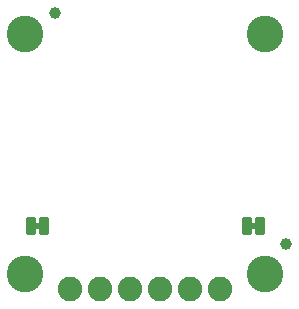
<source format=gbs>
%TF.GenerationSoftware,KiCad,Pcbnew,8.0.5*%
%TF.CreationDate,2024-09-30T10:49:06+01:00*%
%TF.ProjectId,Soft_Power_Switch,536f6674-5f50-46f7-9765-725f53776974,v01*%
%TF.SameCoordinates,Original*%
%TF.FileFunction,Soldermask,Bot*%
%TF.FilePolarity,Negative*%
%FSLAX46Y46*%
G04 Gerber Fmt 4.6, Leading zero omitted, Abs format (unit mm)*
G04 Created by KiCad (PCBNEW 8.0.5) date 2024-09-30 10:49:06*
%MOMM*%
%LPD*%
G01*
G04 APERTURE LIST*
G04 Aperture macros list*
%AMRoundRect*
0 Rectangle with rounded corners*
0 $1 Rounding radius*
0 $2 $3 $4 $5 $6 $7 $8 $9 X,Y pos of 4 corners*
0 Add a 4 corners polygon primitive as box body*
4,1,4,$2,$3,$4,$5,$6,$7,$8,$9,$2,$3,0*
0 Add four circle primitives for the rounded corners*
1,1,$1+$1,$2,$3*
1,1,$1+$1,$4,$5*
1,1,$1+$1,$6,$7*
1,1,$1+$1,$8,$9*
0 Add four rect primitives between the rounded corners*
20,1,$1+$1,$2,$3,$4,$5,0*
20,1,$1+$1,$4,$5,$6,$7,0*
20,1,$1+$1,$6,$7,$8,$9,0*
20,1,$1+$1,$8,$9,$2,$3,0*%
G04 Aperture macros list end*
%ADD10C,0.000000*%
%ADD11C,2.082800*%
%ADD12C,3.100000*%
%ADD13C,1.000000*%
%ADD14RoundRect,0.101600X-0.330200X-0.635000X0.330200X-0.635000X0.330200X0.635000X-0.330200X0.635000X0*%
%ADD15RoundRect,0.101600X0.330200X0.635000X-0.330200X0.635000X-0.330200X-0.635000X0.330200X-0.635000X0*%
G04 APERTURE END LIST*
D10*
%TO.C,JP2*%
G36*
X22098000Y6363500D02*
G01*
X21590000Y6363500D01*
X21590000Y6844500D01*
X22098000Y6844500D01*
X22098000Y6363500D01*
G37*
%TO.C,JP1*%
G36*
X3810000Y6363500D02*
G01*
X3302000Y6363500D01*
X3302000Y6844500D01*
X3810000Y6844500D01*
X3810000Y6363500D01*
G37*
%TD*%
D11*
%TO.C,J3*%
X19050000Y1270000D03*
X16510000Y1270000D03*
X13970000Y1270000D03*
X11430000Y1270000D03*
X8890000Y1270000D03*
X6350000Y1270000D03*
%TD*%
D12*
%TO.C,ST4*%
X22860000Y2540000D03*
%TD*%
%TO.C,ST3*%
X22860000Y22860000D03*
%TD*%
%TO.C,ST1*%
X2540000Y22860000D03*
%TD*%
%TO.C,ST2*%
X2540000Y2540000D03*
%TD*%
D13*
%TO.C,FID3*%
X5080000Y24638000D03*
%TD*%
%TO.C,FID2*%
X24638000Y5080000D03*
%TD*%
D14*
%TO.C,JP2*%
X21323300Y6604000D03*
X22364700Y6604000D03*
%TD*%
D15*
%TO.C,JP1*%
X4076700Y6604000D03*
X3035300Y6604000D03*
%TD*%
M02*

</source>
